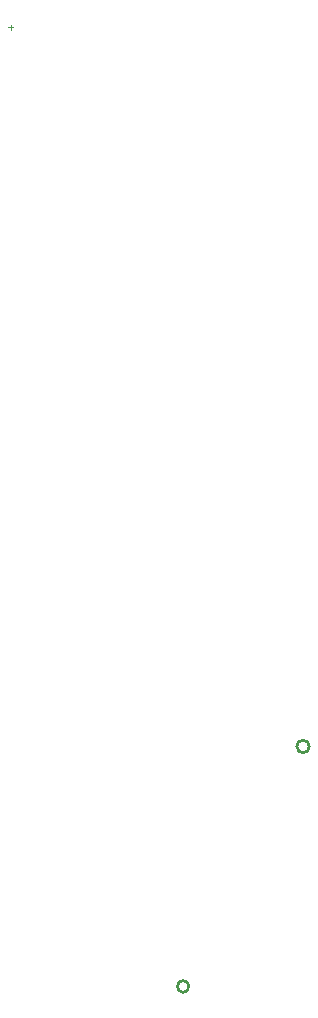
<source format=gbr>
G04*
G04 #@! TF.GenerationSoftware,Altium Limited,Altium Designer,22.4.2 (48)*
G04*
G04 Layer_Color=16711935*
%FSLAX25Y25*%
%MOIN*%
G70*
G04*
G04 #@! TF.SameCoordinates,F1429C7B-AB02-4E32-93F6-432C4BA2DB55*
G04*
G04*
G04 #@! TF.FilePolarity,Positive*
G04*
G01*
G75*
%ADD12C,0.01000*%
%ADD160C,0.00394*%
D12*
X136930Y38740D02*
G03*
X136930Y38740I-1929J0D01*
G01*
X177096Y118740D02*
G03*
X177096Y118740I-2096J0D01*
G01*
D160*
X76713Y358500D02*
X78287D01*
X77500Y357713D02*
Y359287D01*
M02*

</source>
